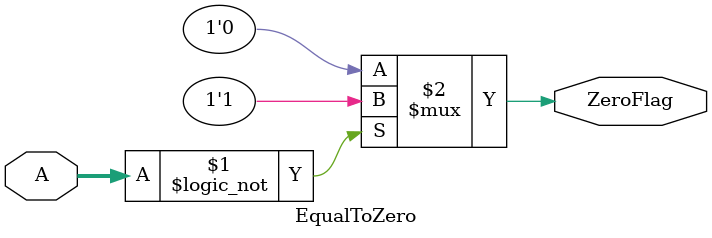
<source format=v>
/*
Assignment 7
Problem no:5 
Semester: 5th
Group: 28
Members: 
Aryan Singh (19CS30007)
Abhinandan De (19CS10069)
*/
module EqualToZero (
            input[31:0] A, 
            output ZeroFlag
            );

    assign ZeroFlag = (A == 32'b0) ? 1'b1 : 1'b0;
endmodule
</source>
